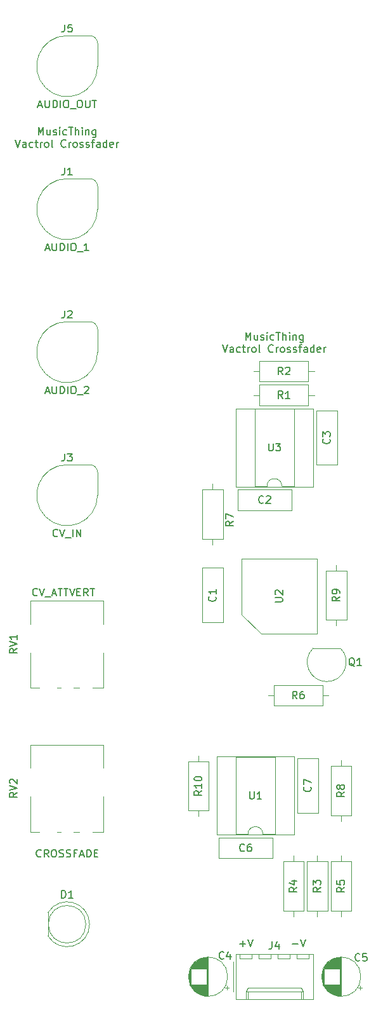
<source format=gto>
%TF.GenerationSoftware,KiCad,Pcbnew,(5.1.8-0-10_14)*%
%TF.CreationDate,2021-07-08T18:32:03+01:00*%
%TF.ProjectId,4u-music-thing-vactrol-crossfader,34752d6d-7573-4696-932d-7468696e672d,rev?*%
%TF.SameCoordinates,Original*%
%TF.FileFunction,Legend,Top*%
%TF.FilePolarity,Positive*%
%FSLAX46Y46*%
G04 Gerber Fmt 4.6, Leading zero omitted, Abs format (unit mm)*
G04 Created by KiCad (PCBNEW (5.1.8-0-10_14)) date 2021-07-08 18:32:03*
%MOMM*%
%LPD*%
G01*
G04 APERTURE LIST*
%ADD10C,0.150000*%
%ADD11C,0.120000*%
G04 APERTURE END LIST*
D10*
X95480666Y-47252380D02*
X95480666Y-46252380D01*
X95814000Y-46966666D01*
X96147333Y-46252380D01*
X96147333Y-47252380D01*
X97052095Y-46585714D02*
X97052095Y-47252380D01*
X96623523Y-46585714D02*
X96623523Y-47109523D01*
X96671142Y-47204761D01*
X96766380Y-47252380D01*
X96909238Y-47252380D01*
X97004476Y-47204761D01*
X97052095Y-47157142D01*
X97480666Y-47204761D02*
X97575904Y-47252380D01*
X97766380Y-47252380D01*
X97861619Y-47204761D01*
X97909238Y-47109523D01*
X97909238Y-47061904D01*
X97861619Y-46966666D01*
X97766380Y-46919047D01*
X97623523Y-46919047D01*
X97528285Y-46871428D01*
X97480666Y-46776190D01*
X97480666Y-46728571D01*
X97528285Y-46633333D01*
X97623523Y-46585714D01*
X97766380Y-46585714D01*
X97861619Y-46633333D01*
X98337809Y-47252380D02*
X98337809Y-46585714D01*
X98337809Y-46252380D02*
X98290190Y-46300000D01*
X98337809Y-46347619D01*
X98385428Y-46300000D01*
X98337809Y-46252380D01*
X98337809Y-46347619D01*
X99242571Y-47204761D02*
X99147333Y-47252380D01*
X98956857Y-47252380D01*
X98861619Y-47204761D01*
X98814000Y-47157142D01*
X98766380Y-47061904D01*
X98766380Y-46776190D01*
X98814000Y-46680952D01*
X98861619Y-46633333D01*
X98956857Y-46585714D01*
X99147333Y-46585714D01*
X99242571Y-46633333D01*
X99528285Y-46252380D02*
X100099714Y-46252380D01*
X99814000Y-47252380D02*
X99814000Y-46252380D01*
X100433047Y-47252380D02*
X100433047Y-46252380D01*
X100861619Y-47252380D02*
X100861619Y-46728571D01*
X100814000Y-46633333D01*
X100718761Y-46585714D01*
X100575904Y-46585714D01*
X100480666Y-46633333D01*
X100433047Y-46680952D01*
X101337809Y-47252380D02*
X101337809Y-46585714D01*
X101337809Y-46252380D02*
X101290190Y-46300000D01*
X101337809Y-46347619D01*
X101385428Y-46300000D01*
X101337809Y-46252380D01*
X101337809Y-46347619D01*
X101814000Y-46585714D02*
X101814000Y-47252380D01*
X101814000Y-46680952D02*
X101861619Y-46633333D01*
X101956857Y-46585714D01*
X102099714Y-46585714D01*
X102194952Y-46633333D01*
X102242571Y-46728571D01*
X102242571Y-47252380D01*
X103147333Y-46585714D02*
X103147333Y-47395238D01*
X103099714Y-47490476D01*
X103052095Y-47538095D01*
X102956857Y-47585714D01*
X102814000Y-47585714D01*
X102718761Y-47538095D01*
X103147333Y-47204761D02*
X103052095Y-47252380D01*
X102861619Y-47252380D01*
X102766380Y-47204761D01*
X102718761Y-47157142D01*
X102671142Y-47061904D01*
X102671142Y-46776190D01*
X102718761Y-46680952D01*
X102766380Y-46633333D01*
X102861619Y-46585714D01*
X103052095Y-46585714D01*
X103147333Y-46633333D01*
X92409238Y-47902380D02*
X92742571Y-48902380D01*
X93075904Y-47902380D01*
X93837809Y-48902380D02*
X93837809Y-48378571D01*
X93790190Y-48283333D01*
X93694952Y-48235714D01*
X93504476Y-48235714D01*
X93409238Y-48283333D01*
X93837809Y-48854761D02*
X93742571Y-48902380D01*
X93504476Y-48902380D01*
X93409238Y-48854761D01*
X93361619Y-48759523D01*
X93361619Y-48664285D01*
X93409238Y-48569047D01*
X93504476Y-48521428D01*
X93742571Y-48521428D01*
X93837809Y-48473809D01*
X94742571Y-48854761D02*
X94647333Y-48902380D01*
X94456857Y-48902380D01*
X94361619Y-48854761D01*
X94314000Y-48807142D01*
X94266380Y-48711904D01*
X94266380Y-48426190D01*
X94314000Y-48330952D01*
X94361619Y-48283333D01*
X94456857Y-48235714D01*
X94647333Y-48235714D01*
X94742571Y-48283333D01*
X95028285Y-48235714D02*
X95409238Y-48235714D01*
X95171142Y-47902380D02*
X95171142Y-48759523D01*
X95218761Y-48854761D01*
X95314000Y-48902380D01*
X95409238Y-48902380D01*
X95742571Y-48902380D02*
X95742571Y-48235714D01*
X95742571Y-48426190D02*
X95790190Y-48330952D01*
X95837809Y-48283333D01*
X95933047Y-48235714D01*
X96028285Y-48235714D01*
X96504476Y-48902380D02*
X96409238Y-48854761D01*
X96361619Y-48807142D01*
X96314000Y-48711904D01*
X96314000Y-48426190D01*
X96361619Y-48330952D01*
X96409238Y-48283333D01*
X96504476Y-48235714D01*
X96647333Y-48235714D01*
X96742571Y-48283333D01*
X96790190Y-48330952D01*
X96837809Y-48426190D01*
X96837809Y-48711904D01*
X96790190Y-48807142D01*
X96742571Y-48854761D01*
X96647333Y-48902380D01*
X96504476Y-48902380D01*
X97409238Y-48902380D02*
X97314000Y-48854761D01*
X97266380Y-48759523D01*
X97266380Y-47902380D01*
X99123523Y-48807142D02*
X99075904Y-48854761D01*
X98933047Y-48902380D01*
X98837809Y-48902380D01*
X98694952Y-48854761D01*
X98599714Y-48759523D01*
X98552095Y-48664285D01*
X98504476Y-48473809D01*
X98504476Y-48330952D01*
X98552095Y-48140476D01*
X98599714Y-48045238D01*
X98694952Y-47950000D01*
X98837809Y-47902380D01*
X98933047Y-47902380D01*
X99075904Y-47950000D01*
X99123523Y-47997619D01*
X99552095Y-48902380D02*
X99552095Y-48235714D01*
X99552095Y-48426190D02*
X99599714Y-48330952D01*
X99647333Y-48283333D01*
X99742571Y-48235714D01*
X99837809Y-48235714D01*
X100314000Y-48902380D02*
X100218761Y-48854761D01*
X100171142Y-48807142D01*
X100123523Y-48711904D01*
X100123523Y-48426190D01*
X100171142Y-48330952D01*
X100218761Y-48283333D01*
X100314000Y-48235714D01*
X100456857Y-48235714D01*
X100552095Y-48283333D01*
X100599714Y-48330952D01*
X100647333Y-48426190D01*
X100647333Y-48711904D01*
X100599714Y-48807142D01*
X100552095Y-48854761D01*
X100456857Y-48902380D01*
X100314000Y-48902380D01*
X101028285Y-48854761D02*
X101123523Y-48902380D01*
X101314000Y-48902380D01*
X101409238Y-48854761D01*
X101456857Y-48759523D01*
X101456857Y-48711904D01*
X101409238Y-48616666D01*
X101314000Y-48569047D01*
X101171142Y-48569047D01*
X101075904Y-48521428D01*
X101028285Y-48426190D01*
X101028285Y-48378571D01*
X101075904Y-48283333D01*
X101171142Y-48235714D01*
X101314000Y-48235714D01*
X101409238Y-48283333D01*
X101837809Y-48854761D02*
X101933047Y-48902380D01*
X102123523Y-48902380D01*
X102218761Y-48854761D01*
X102266380Y-48759523D01*
X102266380Y-48711904D01*
X102218761Y-48616666D01*
X102123523Y-48569047D01*
X101980666Y-48569047D01*
X101885428Y-48521428D01*
X101837809Y-48426190D01*
X101837809Y-48378571D01*
X101885428Y-48283333D01*
X101980666Y-48235714D01*
X102123523Y-48235714D01*
X102218761Y-48283333D01*
X102552095Y-48235714D02*
X102933047Y-48235714D01*
X102694952Y-48902380D02*
X102694952Y-48045238D01*
X102742571Y-47950000D01*
X102837809Y-47902380D01*
X102933047Y-47902380D01*
X103694952Y-48902380D02*
X103694952Y-48378571D01*
X103647333Y-48283333D01*
X103552095Y-48235714D01*
X103361619Y-48235714D01*
X103266380Y-48283333D01*
X103694952Y-48854761D02*
X103599714Y-48902380D01*
X103361619Y-48902380D01*
X103266380Y-48854761D01*
X103218761Y-48759523D01*
X103218761Y-48664285D01*
X103266380Y-48569047D01*
X103361619Y-48521428D01*
X103599714Y-48521428D01*
X103694952Y-48473809D01*
X104599714Y-48902380D02*
X104599714Y-47902380D01*
X104599714Y-48854761D02*
X104504476Y-48902380D01*
X104314000Y-48902380D01*
X104218761Y-48854761D01*
X104171142Y-48807142D01*
X104123523Y-48711904D01*
X104123523Y-48426190D01*
X104171142Y-48330952D01*
X104218761Y-48283333D01*
X104314000Y-48235714D01*
X104504476Y-48235714D01*
X104599714Y-48283333D01*
X105456857Y-48854761D02*
X105361619Y-48902380D01*
X105171142Y-48902380D01*
X105075904Y-48854761D01*
X105028285Y-48759523D01*
X105028285Y-48378571D01*
X105075904Y-48283333D01*
X105171142Y-48235714D01*
X105361619Y-48235714D01*
X105456857Y-48283333D01*
X105504476Y-48378571D01*
X105504476Y-48473809D01*
X105028285Y-48569047D01*
X105933047Y-48902380D02*
X105933047Y-48235714D01*
X105933047Y-48426190D02*
X105980666Y-48330952D01*
X106028285Y-48283333D01*
X106123523Y-48235714D01*
X106218761Y-48235714D01*
X95837809Y-143359142D02*
X95790190Y-143406761D01*
X95647333Y-143454380D01*
X95552095Y-143454380D01*
X95409238Y-143406761D01*
X95314000Y-143311523D01*
X95266380Y-143216285D01*
X95218761Y-143025809D01*
X95218761Y-142882952D01*
X95266380Y-142692476D01*
X95314000Y-142597238D01*
X95409238Y-142502000D01*
X95552095Y-142454380D01*
X95647333Y-142454380D01*
X95790190Y-142502000D01*
X95837809Y-142549619D01*
X96837809Y-143454380D02*
X96504476Y-142978190D01*
X96266380Y-143454380D02*
X96266380Y-142454380D01*
X96647333Y-142454380D01*
X96742571Y-142502000D01*
X96790190Y-142549619D01*
X96837809Y-142644857D01*
X96837809Y-142787714D01*
X96790190Y-142882952D01*
X96742571Y-142930571D01*
X96647333Y-142978190D01*
X96266380Y-142978190D01*
X97456857Y-142454380D02*
X97647333Y-142454380D01*
X97742571Y-142502000D01*
X97837809Y-142597238D01*
X97885428Y-142787714D01*
X97885428Y-143121047D01*
X97837809Y-143311523D01*
X97742571Y-143406761D01*
X97647333Y-143454380D01*
X97456857Y-143454380D01*
X97361619Y-143406761D01*
X97266380Y-143311523D01*
X97218761Y-143121047D01*
X97218761Y-142787714D01*
X97266380Y-142597238D01*
X97361619Y-142502000D01*
X97456857Y-142454380D01*
X98266380Y-143406761D02*
X98409238Y-143454380D01*
X98647333Y-143454380D01*
X98742571Y-143406761D01*
X98790190Y-143359142D01*
X98837809Y-143263904D01*
X98837809Y-143168666D01*
X98790190Y-143073428D01*
X98742571Y-143025809D01*
X98647333Y-142978190D01*
X98456857Y-142930571D01*
X98361619Y-142882952D01*
X98314000Y-142835333D01*
X98266380Y-142740095D01*
X98266380Y-142644857D01*
X98314000Y-142549619D01*
X98361619Y-142502000D01*
X98456857Y-142454380D01*
X98694952Y-142454380D01*
X98837809Y-142502000D01*
X99218761Y-143406761D02*
X99361619Y-143454380D01*
X99599714Y-143454380D01*
X99694952Y-143406761D01*
X99742571Y-143359142D01*
X99790190Y-143263904D01*
X99790190Y-143168666D01*
X99742571Y-143073428D01*
X99694952Y-143025809D01*
X99599714Y-142978190D01*
X99409238Y-142930571D01*
X99314000Y-142882952D01*
X99266380Y-142835333D01*
X99218761Y-142740095D01*
X99218761Y-142644857D01*
X99266380Y-142549619D01*
X99314000Y-142502000D01*
X99409238Y-142454380D01*
X99647333Y-142454380D01*
X99790190Y-142502000D01*
X100552095Y-142930571D02*
X100218761Y-142930571D01*
X100218761Y-143454380D02*
X100218761Y-142454380D01*
X100694952Y-142454380D01*
X101028285Y-143168666D02*
X101504476Y-143168666D01*
X100933047Y-143454380D02*
X101266380Y-142454380D01*
X101599714Y-143454380D01*
X101933047Y-143454380D02*
X101933047Y-142454380D01*
X102171142Y-142454380D01*
X102314000Y-142502000D01*
X102409238Y-142597238D01*
X102456857Y-142692476D01*
X102504476Y-142882952D01*
X102504476Y-143025809D01*
X102456857Y-143216285D01*
X102409238Y-143311523D01*
X102314000Y-143406761D01*
X102171142Y-143454380D01*
X101933047Y-143454380D01*
X102933047Y-142930571D02*
X103266380Y-142930571D01*
X103409238Y-143454380D02*
X102933047Y-143454380D01*
X102933047Y-142454380D01*
X103409238Y-142454380D01*
X95353619Y-108561142D02*
X95306000Y-108608761D01*
X95163142Y-108656380D01*
X95067904Y-108656380D01*
X94925047Y-108608761D01*
X94829809Y-108513523D01*
X94782190Y-108418285D01*
X94734571Y-108227809D01*
X94734571Y-108084952D01*
X94782190Y-107894476D01*
X94829809Y-107799238D01*
X94925047Y-107704000D01*
X95067904Y-107656380D01*
X95163142Y-107656380D01*
X95306000Y-107704000D01*
X95353619Y-107751619D01*
X95639333Y-107656380D02*
X95972666Y-108656380D01*
X96306000Y-107656380D01*
X96401238Y-108751619D02*
X97163142Y-108751619D01*
X97353619Y-108370666D02*
X97829809Y-108370666D01*
X97258380Y-108656380D02*
X97591714Y-107656380D01*
X97925047Y-108656380D01*
X98115523Y-107656380D02*
X98686952Y-107656380D01*
X98401238Y-108656380D02*
X98401238Y-107656380D01*
X98877428Y-107656380D02*
X99448857Y-107656380D01*
X99163142Y-108656380D02*
X99163142Y-107656380D01*
X99639333Y-107656380D02*
X99972666Y-108656380D01*
X100306000Y-107656380D01*
X100639333Y-108132571D02*
X100972666Y-108132571D01*
X101115523Y-108656380D02*
X100639333Y-108656380D01*
X100639333Y-107656380D01*
X101115523Y-107656380D01*
X102115523Y-108656380D02*
X101782190Y-108180190D01*
X101544095Y-108656380D02*
X101544095Y-107656380D01*
X101925047Y-107656380D01*
X102020285Y-107704000D01*
X102067904Y-107751619D01*
X102115523Y-107846857D01*
X102115523Y-107989714D01*
X102067904Y-108084952D01*
X102020285Y-108132571D01*
X101925047Y-108180190D01*
X101544095Y-108180190D01*
X102401238Y-107656380D02*
X102972666Y-107656380D01*
X102686952Y-108656380D02*
X102686952Y-107656380D01*
X98052095Y-100687142D02*
X98004476Y-100734761D01*
X97861619Y-100782380D01*
X97766380Y-100782380D01*
X97623523Y-100734761D01*
X97528285Y-100639523D01*
X97480666Y-100544285D01*
X97433047Y-100353809D01*
X97433047Y-100210952D01*
X97480666Y-100020476D01*
X97528285Y-99925238D01*
X97623523Y-99830000D01*
X97766380Y-99782380D01*
X97861619Y-99782380D01*
X98004476Y-99830000D01*
X98052095Y-99877619D01*
X98337809Y-99782380D02*
X98671142Y-100782380D01*
X99004476Y-99782380D01*
X99099714Y-100877619D02*
X99861619Y-100877619D01*
X100099714Y-100782380D02*
X100099714Y-99782380D01*
X100575904Y-100782380D02*
X100575904Y-99782380D01*
X101147333Y-100782380D01*
X101147333Y-99782380D01*
X96433047Y-81446666D02*
X96909238Y-81446666D01*
X96337809Y-81732380D02*
X96671142Y-80732380D01*
X97004476Y-81732380D01*
X97337809Y-80732380D02*
X97337809Y-81541904D01*
X97385428Y-81637142D01*
X97433047Y-81684761D01*
X97528285Y-81732380D01*
X97718761Y-81732380D01*
X97814000Y-81684761D01*
X97861619Y-81637142D01*
X97909238Y-81541904D01*
X97909238Y-80732380D01*
X98385428Y-81732380D02*
X98385428Y-80732380D01*
X98623523Y-80732380D01*
X98766380Y-80780000D01*
X98861619Y-80875238D01*
X98909238Y-80970476D01*
X98956857Y-81160952D01*
X98956857Y-81303809D01*
X98909238Y-81494285D01*
X98861619Y-81589523D01*
X98766380Y-81684761D01*
X98623523Y-81732380D01*
X98385428Y-81732380D01*
X99385428Y-81732380D02*
X99385428Y-80732380D01*
X100052095Y-80732380D02*
X100242571Y-80732380D01*
X100337809Y-80780000D01*
X100433047Y-80875238D01*
X100480666Y-81065714D01*
X100480666Y-81399047D01*
X100433047Y-81589523D01*
X100337809Y-81684761D01*
X100242571Y-81732380D01*
X100052095Y-81732380D01*
X99956857Y-81684761D01*
X99861619Y-81589523D01*
X99814000Y-81399047D01*
X99814000Y-81065714D01*
X99861619Y-80875238D01*
X99956857Y-80780000D01*
X100052095Y-80732380D01*
X100671142Y-81827619D02*
X101433047Y-81827619D01*
X101623523Y-80827619D02*
X101671142Y-80780000D01*
X101766380Y-80732380D01*
X102004476Y-80732380D01*
X102099714Y-80780000D01*
X102147333Y-80827619D01*
X102194952Y-80922857D01*
X102194952Y-81018095D01*
X102147333Y-81160952D01*
X101575904Y-81732380D01*
X102194952Y-81732380D01*
X96433047Y-62396666D02*
X96909238Y-62396666D01*
X96337809Y-62682380D02*
X96671142Y-61682380D01*
X97004476Y-62682380D01*
X97337809Y-61682380D02*
X97337809Y-62491904D01*
X97385428Y-62587142D01*
X97433047Y-62634761D01*
X97528285Y-62682380D01*
X97718761Y-62682380D01*
X97814000Y-62634761D01*
X97861619Y-62587142D01*
X97909238Y-62491904D01*
X97909238Y-61682380D01*
X98385428Y-62682380D02*
X98385428Y-61682380D01*
X98623523Y-61682380D01*
X98766380Y-61730000D01*
X98861619Y-61825238D01*
X98909238Y-61920476D01*
X98956857Y-62110952D01*
X98956857Y-62253809D01*
X98909238Y-62444285D01*
X98861619Y-62539523D01*
X98766380Y-62634761D01*
X98623523Y-62682380D01*
X98385428Y-62682380D01*
X99385428Y-62682380D02*
X99385428Y-61682380D01*
X100052095Y-61682380D02*
X100242571Y-61682380D01*
X100337809Y-61730000D01*
X100433047Y-61825238D01*
X100480666Y-62015714D01*
X100480666Y-62349047D01*
X100433047Y-62539523D01*
X100337809Y-62634761D01*
X100242571Y-62682380D01*
X100052095Y-62682380D01*
X99956857Y-62634761D01*
X99861619Y-62539523D01*
X99814000Y-62349047D01*
X99814000Y-62015714D01*
X99861619Y-61825238D01*
X99956857Y-61730000D01*
X100052095Y-61682380D01*
X100671142Y-62777619D02*
X101433047Y-62777619D01*
X102194952Y-62682380D02*
X101623523Y-62682380D01*
X101909238Y-62682380D02*
X101909238Y-61682380D01*
X101814000Y-61825238D01*
X101718761Y-61920476D01*
X101623523Y-61968095D01*
X95480666Y-43346666D02*
X95956857Y-43346666D01*
X95385428Y-43632380D02*
X95718761Y-42632380D01*
X96052095Y-43632380D01*
X96385428Y-42632380D02*
X96385428Y-43441904D01*
X96433047Y-43537142D01*
X96480666Y-43584761D01*
X96575904Y-43632380D01*
X96766380Y-43632380D01*
X96861619Y-43584761D01*
X96909238Y-43537142D01*
X96956857Y-43441904D01*
X96956857Y-42632380D01*
X97433047Y-43632380D02*
X97433047Y-42632380D01*
X97671142Y-42632380D01*
X97814000Y-42680000D01*
X97909238Y-42775238D01*
X97956857Y-42870476D01*
X98004476Y-43060952D01*
X98004476Y-43203809D01*
X97956857Y-43394285D01*
X97909238Y-43489523D01*
X97814000Y-43584761D01*
X97671142Y-43632380D01*
X97433047Y-43632380D01*
X98433047Y-43632380D02*
X98433047Y-42632380D01*
X99099714Y-42632380D02*
X99290190Y-42632380D01*
X99385428Y-42680000D01*
X99480666Y-42775238D01*
X99528285Y-42965714D01*
X99528285Y-43299047D01*
X99480666Y-43489523D01*
X99385428Y-43584761D01*
X99290190Y-43632380D01*
X99099714Y-43632380D01*
X99004476Y-43584761D01*
X98909238Y-43489523D01*
X98861619Y-43299047D01*
X98861619Y-42965714D01*
X98909238Y-42775238D01*
X99004476Y-42680000D01*
X99099714Y-42632380D01*
X99718761Y-43727619D02*
X100480666Y-43727619D01*
X100909238Y-42632380D02*
X101099714Y-42632380D01*
X101194952Y-42680000D01*
X101290190Y-42775238D01*
X101337809Y-42965714D01*
X101337809Y-43299047D01*
X101290190Y-43489523D01*
X101194952Y-43584761D01*
X101099714Y-43632380D01*
X100909238Y-43632380D01*
X100814000Y-43584761D01*
X100718761Y-43489523D01*
X100671142Y-43299047D01*
X100671142Y-42965714D01*
X100718761Y-42775238D01*
X100814000Y-42680000D01*
X100909238Y-42632380D01*
X101766380Y-42632380D02*
X101766380Y-43441904D01*
X101814000Y-43537142D01*
X101861619Y-43584761D01*
X101956857Y-43632380D01*
X102147333Y-43632380D01*
X102242571Y-43584761D01*
X102290190Y-43537142D01*
X102337809Y-43441904D01*
X102337809Y-42632380D01*
X102671142Y-42632380D02*
X103242571Y-42632380D01*
X102956857Y-43632380D02*
X102956857Y-42632380D01*
X129365476Y-155011428D02*
X130127380Y-155011428D01*
X130460714Y-154392380D02*
X130794047Y-155392380D01*
X131127380Y-154392380D01*
X122380476Y-155011428D02*
X123142380Y-155011428D01*
X122761428Y-155392380D02*
X122761428Y-154630476D01*
X123475714Y-154392380D02*
X123809047Y-155392380D01*
X124142380Y-154392380D01*
X123166666Y-74557380D02*
X123166666Y-73557380D01*
X123500000Y-74271666D01*
X123833333Y-73557380D01*
X123833333Y-74557380D01*
X124738095Y-73890714D02*
X124738095Y-74557380D01*
X124309523Y-73890714D02*
X124309523Y-74414523D01*
X124357142Y-74509761D01*
X124452380Y-74557380D01*
X124595238Y-74557380D01*
X124690476Y-74509761D01*
X124738095Y-74462142D01*
X125166666Y-74509761D02*
X125261904Y-74557380D01*
X125452380Y-74557380D01*
X125547619Y-74509761D01*
X125595238Y-74414523D01*
X125595238Y-74366904D01*
X125547619Y-74271666D01*
X125452380Y-74224047D01*
X125309523Y-74224047D01*
X125214285Y-74176428D01*
X125166666Y-74081190D01*
X125166666Y-74033571D01*
X125214285Y-73938333D01*
X125309523Y-73890714D01*
X125452380Y-73890714D01*
X125547619Y-73938333D01*
X126023809Y-74557380D02*
X126023809Y-73890714D01*
X126023809Y-73557380D02*
X125976190Y-73605000D01*
X126023809Y-73652619D01*
X126071428Y-73605000D01*
X126023809Y-73557380D01*
X126023809Y-73652619D01*
X126928571Y-74509761D02*
X126833333Y-74557380D01*
X126642857Y-74557380D01*
X126547619Y-74509761D01*
X126500000Y-74462142D01*
X126452380Y-74366904D01*
X126452380Y-74081190D01*
X126500000Y-73985952D01*
X126547619Y-73938333D01*
X126642857Y-73890714D01*
X126833333Y-73890714D01*
X126928571Y-73938333D01*
X127214285Y-73557380D02*
X127785714Y-73557380D01*
X127500000Y-74557380D02*
X127500000Y-73557380D01*
X128119047Y-74557380D02*
X128119047Y-73557380D01*
X128547619Y-74557380D02*
X128547619Y-74033571D01*
X128500000Y-73938333D01*
X128404761Y-73890714D01*
X128261904Y-73890714D01*
X128166666Y-73938333D01*
X128119047Y-73985952D01*
X129023809Y-74557380D02*
X129023809Y-73890714D01*
X129023809Y-73557380D02*
X128976190Y-73605000D01*
X129023809Y-73652619D01*
X129071428Y-73605000D01*
X129023809Y-73557380D01*
X129023809Y-73652619D01*
X129500000Y-73890714D02*
X129500000Y-74557380D01*
X129500000Y-73985952D02*
X129547619Y-73938333D01*
X129642857Y-73890714D01*
X129785714Y-73890714D01*
X129880952Y-73938333D01*
X129928571Y-74033571D01*
X129928571Y-74557380D01*
X130833333Y-73890714D02*
X130833333Y-74700238D01*
X130785714Y-74795476D01*
X130738095Y-74843095D01*
X130642857Y-74890714D01*
X130500000Y-74890714D01*
X130404761Y-74843095D01*
X130833333Y-74509761D02*
X130738095Y-74557380D01*
X130547619Y-74557380D01*
X130452380Y-74509761D01*
X130404761Y-74462142D01*
X130357142Y-74366904D01*
X130357142Y-74081190D01*
X130404761Y-73985952D01*
X130452380Y-73938333D01*
X130547619Y-73890714D01*
X130738095Y-73890714D01*
X130833333Y-73938333D01*
X120095238Y-75207380D02*
X120428571Y-76207380D01*
X120761904Y-75207380D01*
X121523809Y-76207380D02*
X121523809Y-75683571D01*
X121476190Y-75588333D01*
X121380952Y-75540714D01*
X121190476Y-75540714D01*
X121095238Y-75588333D01*
X121523809Y-76159761D02*
X121428571Y-76207380D01*
X121190476Y-76207380D01*
X121095238Y-76159761D01*
X121047619Y-76064523D01*
X121047619Y-75969285D01*
X121095238Y-75874047D01*
X121190476Y-75826428D01*
X121428571Y-75826428D01*
X121523809Y-75778809D01*
X122428571Y-76159761D02*
X122333333Y-76207380D01*
X122142857Y-76207380D01*
X122047619Y-76159761D01*
X122000000Y-76112142D01*
X121952380Y-76016904D01*
X121952380Y-75731190D01*
X122000000Y-75635952D01*
X122047619Y-75588333D01*
X122142857Y-75540714D01*
X122333333Y-75540714D01*
X122428571Y-75588333D01*
X122714285Y-75540714D02*
X123095238Y-75540714D01*
X122857142Y-75207380D02*
X122857142Y-76064523D01*
X122904761Y-76159761D01*
X123000000Y-76207380D01*
X123095238Y-76207380D01*
X123428571Y-76207380D02*
X123428571Y-75540714D01*
X123428571Y-75731190D02*
X123476190Y-75635952D01*
X123523809Y-75588333D01*
X123619047Y-75540714D01*
X123714285Y-75540714D01*
X124190476Y-76207380D02*
X124095238Y-76159761D01*
X124047619Y-76112142D01*
X124000000Y-76016904D01*
X124000000Y-75731190D01*
X124047619Y-75635952D01*
X124095238Y-75588333D01*
X124190476Y-75540714D01*
X124333333Y-75540714D01*
X124428571Y-75588333D01*
X124476190Y-75635952D01*
X124523809Y-75731190D01*
X124523809Y-76016904D01*
X124476190Y-76112142D01*
X124428571Y-76159761D01*
X124333333Y-76207380D01*
X124190476Y-76207380D01*
X125095238Y-76207380D02*
X125000000Y-76159761D01*
X124952380Y-76064523D01*
X124952380Y-75207380D01*
X126809523Y-76112142D02*
X126761904Y-76159761D01*
X126619047Y-76207380D01*
X126523809Y-76207380D01*
X126380952Y-76159761D01*
X126285714Y-76064523D01*
X126238095Y-75969285D01*
X126190476Y-75778809D01*
X126190476Y-75635952D01*
X126238095Y-75445476D01*
X126285714Y-75350238D01*
X126380952Y-75255000D01*
X126523809Y-75207380D01*
X126619047Y-75207380D01*
X126761904Y-75255000D01*
X126809523Y-75302619D01*
X127238095Y-76207380D02*
X127238095Y-75540714D01*
X127238095Y-75731190D02*
X127285714Y-75635952D01*
X127333333Y-75588333D01*
X127428571Y-75540714D01*
X127523809Y-75540714D01*
X128000000Y-76207380D02*
X127904761Y-76159761D01*
X127857142Y-76112142D01*
X127809523Y-76016904D01*
X127809523Y-75731190D01*
X127857142Y-75635952D01*
X127904761Y-75588333D01*
X128000000Y-75540714D01*
X128142857Y-75540714D01*
X128238095Y-75588333D01*
X128285714Y-75635952D01*
X128333333Y-75731190D01*
X128333333Y-76016904D01*
X128285714Y-76112142D01*
X128238095Y-76159761D01*
X128142857Y-76207380D01*
X128000000Y-76207380D01*
X128714285Y-76159761D02*
X128809523Y-76207380D01*
X129000000Y-76207380D01*
X129095238Y-76159761D01*
X129142857Y-76064523D01*
X129142857Y-76016904D01*
X129095238Y-75921666D01*
X129000000Y-75874047D01*
X128857142Y-75874047D01*
X128761904Y-75826428D01*
X128714285Y-75731190D01*
X128714285Y-75683571D01*
X128761904Y-75588333D01*
X128857142Y-75540714D01*
X129000000Y-75540714D01*
X129095238Y-75588333D01*
X129523809Y-76159761D02*
X129619047Y-76207380D01*
X129809523Y-76207380D01*
X129904761Y-76159761D01*
X129952380Y-76064523D01*
X129952380Y-76016904D01*
X129904761Y-75921666D01*
X129809523Y-75874047D01*
X129666666Y-75874047D01*
X129571428Y-75826428D01*
X129523809Y-75731190D01*
X129523809Y-75683571D01*
X129571428Y-75588333D01*
X129666666Y-75540714D01*
X129809523Y-75540714D01*
X129904761Y-75588333D01*
X130238095Y-75540714D02*
X130619047Y-75540714D01*
X130380952Y-76207380D02*
X130380952Y-75350238D01*
X130428571Y-75255000D01*
X130523809Y-75207380D01*
X130619047Y-75207380D01*
X131380952Y-76207380D02*
X131380952Y-75683571D01*
X131333333Y-75588333D01*
X131238095Y-75540714D01*
X131047619Y-75540714D01*
X130952380Y-75588333D01*
X131380952Y-76159761D02*
X131285714Y-76207380D01*
X131047619Y-76207380D01*
X130952380Y-76159761D01*
X130904761Y-76064523D01*
X130904761Y-75969285D01*
X130952380Y-75874047D01*
X131047619Y-75826428D01*
X131285714Y-75826428D01*
X131380952Y-75778809D01*
X132285714Y-76207380D02*
X132285714Y-75207380D01*
X132285714Y-76159761D02*
X132190476Y-76207380D01*
X132000000Y-76207380D01*
X131904761Y-76159761D01*
X131857142Y-76112142D01*
X131809523Y-76016904D01*
X131809523Y-75731190D01*
X131857142Y-75635952D01*
X131904761Y-75588333D01*
X132000000Y-75540714D01*
X132190476Y-75540714D01*
X132285714Y-75588333D01*
X133142857Y-76159761D02*
X133047619Y-76207380D01*
X132857142Y-76207380D01*
X132761904Y-76159761D01*
X132714285Y-76064523D01*
X132714285Y-75683571D01*
X132761904Y-75588333D01*
X132857142Y-75540714D01*
X133047619Y-75540714D01*
X133142857Y-75588333D01*
X133190476Y-75683571D01*
X133190476Y-75778809D01*
X132714285Y-75874047D01*
X133619047Y-76207380D02*
X133619047Y-75540714D01*
X133619047Y-75731190D02*
X133666666Y-75635952D01*
X133714285Y-75588333D01*
X133809523Y-75540714D01*
X133904761Y-75540714D01*
D11*
%TO.C,U2*%
X122630000Y-103695000D02*
X122630000Y-111135000D01*
X122630000Y-111135000D02*
X125210000Y-113715000D01*
X125210000Y-113715000D02*
X132650000Y-113715000D01*
X132650000Y-113715000D02*
X132650000Y-103695000D01*
X132650000Y-103695000D02*
X122630000Y-103695000D01*
%TO.C,U3*%
X128000000Y-94040000D02*
X129650000Y-94040000D01*
X129650000Y-94040000D02*
X129650000Y-83760000D01*
X129650000Y-83760000D02*
X124350000Y-83760000D01*
X124350000Y-83760000D02*
X124350000Y-94040000D01*
X124350000Y-94040000D02*
X126000000Y-94040000D01*
X132140000Y-94100000D02*
X132140000Y-83700000D01*
X132140000Y-83700000D02*
X121860000Y-83700000D01*
X121860000Y-83700000D02*
X121860000Y-94100000D01*
X121860000Y-94100000D02*
X132140000Y-94100000D01*
X126000000Y-94040000D02*
G75*
G02*
X128000000Y-94040000I1000000J0D01*
G01*
%TO.C,U1*%
X125460000Y-140395000D02*
X127110000Y-140395000D01*
X127110000Y-140395000D02*
X127110000Y-130115000D01*
X127110000Y-130115000D02*
X121810000Y-130115000D01*
X121810000Y-130115000D02*
X121810000Y-140395000D01*
X121810000Y-140395000D02*
X123460000Y-140395000D01*
X129600000Y-140455000D02*
X129600000Y-130055000D01*
X129600000Y-130055000D02*
X119320000Y-130055000D01*
X119320000Y-130055000D02*
X119320000Y-140455000D01*
X119320000Y-140455000D02*
X129600000Y-140455000D01*
X123460000Y-140395000D02*
G75*
G02*
X125460000Y-140395000I1000000J0D01*
G01*
%TO.C,C7*%
X130075000Y-137565000D02*
X130075000Y-130325000D01*
X132815000Y-137565000D02*
X132815000Y-130325000D01*
X130075000Y-137565000D02*
X132815000Y-137565000D01*
X130075000Y-130325000D02*
X132815000Y-130325000D01*
%TO.C,C6*%
X119530000Y-140870000D02*
X126770000Y-140870000D01*
X119530000Y-143610000D02*
X126770000Y-143610000D01*
X119530000Y-140870000D02*
X119530000Y-143610000D01*
X126770000Y-140870000D02*
X126770000Y-143610000D01*
%TO.C,C3*%
X132615000Y-83970000D02*
X135355000Y-83970000D01*
X132615000Y-91210000D02*
X135355000Y-91210000D01*
X135355000Y-91210000D02*
X135355000Y-83970000D01*
X132615000Y-91210000D02*
X132615000Y-83970000D01*
%TO.C,C2*%
X129310000Y-94515000D02*
X129310000Y-97255000D01*
X122070000Y-94515000D02*
X122070000Y-97255000D01*
X122070000Y-97255000D02*
X129310000Y-97255000D01*
X122070000Y-94515000D02*
X129310000Y-94515000D01*
%TO.C,C1*%
X120115000Y-104925000D02*
X120115000Y-112165000D01*
X117375000Y-104925000D02*
X117375000Y-112165000D01*
X120115000Y-104925000D02*
X117375000Y-104925000D01*
X120115000Y-112165000D02*
X117375000Y-112165000D01*
%TO.C,Q1*%
X135785000Y-115625000D02*
X132185000Y-115625000D01*
X132146522Y-115636522D02*
G75*
G03*
X133985000Y-120075000I1838478J-1838478D01*
G01*
X135823478Y-115636522D02*
G75*
G02*
X133985000Y-120075000I-1838478J-1838478D01*
G01*
%TO.C,RV2*%
X100974000Y-140090000D02*
X100144000Y-140090000D01*
X98524000Y-140090000D02*
X97994000Y-140090000D01*
X95624000Y-140090000D02*
X94444000Y-140090000D01*
X104184000Y-140090000D02*
X104184000Y-135370000D01*
X94444000Y-131560000D02*
X94444000Y-128500000D01*
X94434000Y-140090000D02*
X94434000Y-135370000D01*
X104184000Y-131560000D02*
X104184000Y-128500000D01*
X104184000Y-140090000D02*
X102694000Y-140090000D01*
X104184000Y-128500000D02*
X94444000Y-128500000D01*
%TO.C,RV1*%
X100974000Y-120920000D02*
X100144000Y-120920000D01*
X98524000Y-120920000D02*
X97994000Y-120920000D01*
X95624000Y-120920000D02*
X94444000Y-120920000D01*
X104184000Y-120920000D02*
X104184000Y-116200000D01*
X94444000Y-112390000D02*
X94444000Y-109330000D01*
X94434000Y-120920000D02*
X94434000Y-116200000D01*
X104184000Y-112390000D02*
X104184000Y-109330000D01*
X104184000Y-120920000D02*
X102694000Y-120920000D01*
X104184000Y-109330000D02*
X94444000Y-109330000D01*
%TO.C,R10*%
X118210000Y-130715000D02*
X115470000Y-130715000D01*
X115470000Y-130715000D02*
X115470000Y-137255000D01*
X115470000Y-137255000D02*
X118210000Y-137255000D01*
X118210000Y-137255000D02*
X118210000Y-130715000D01*
X116840000Y-129945000D02*
X116840000Y-130715000D01*
X116840000Y-138025000D02*
X116840000Y-137255000D01*
%TO.C,R9*%
X133885000Y-111855000D02*
X136625000Y-111855000D01*
X136625000Y-111855000D02*
X136625000Y-105315000D01*
X136625000Y-105315000D02*
X133885000Y-105315000D01*
X133885000Y-105315000D02*
X133885000Y-111855000D01*
X135255000Y-112625000D02*
X135255000Y-111855000D01*
X135255000Y-104545000D02*
X135255000Y-105315000D01*
%TO.C,R8*%
X134520000Y-137890000D02*
X137260000Y-137890000D01*
X137260000Y-137890000D02*
X137260000Y-131350000D01*
X137260000Y-131350000D02*
X134520000Y-131350000D01*
X134520000Y-131350000D02*
X134520000Y-137890000D01*
X135890000Y-138660000D02*
X135890000Y-137890000D01*
X135890000Y-130580000D02*
X135890000Y-131350000D01*
%TO.C,R7*%
X118745000Y-101830000D02*
X118745000Y-101060000D01*
X118745000Y-93750000D02*
X118745000Y-94520000D01*
X120115000Y-101060000D02*
X120115000Y-94520000D01*
X117375000Y-101060000D02*
X120115000Y-101060000D01*
X117375000Y-94520000D02*
X117375000Y-101060000D01*
X120115000Y-94520000D02*
X117375000Y-94520000D01*
%TO.C,R6*%
X133445000Y-123290000D02*
X133445000Y-120550000D01*
X133445000Y-120550000D02*
X126905000Y-120550000D01*
X126905000Y-120550000D02*
X126905000Y-123290000D01*
X126905000Y-123290000D02*
X133445000Y-123290000D01*
X134215000Y-121920000D02*
X133445000Y-121920000D01*
X126135000Y-121920000D02*
X126905000Y-121920000D01*
%TO.C,R5*%
X137260000Y-144050000D02*
X134520000Y-144050000D01*
X134520000Y-144050000D02*
X134520000Y-150590000D01*
X134520000Y-150590000D02*
X137260000Y-150590000D01*
X137260000Y-150590000D02*
X137260000Y-144050000D01*
X135890000Y-143280000D02*
X135890000Y-144050000D01*
X135890000Y-151360000D02*
X135890000Y-150590000D01*
%TO.C,R4*%
X128170000Y-150590000D02*
X130910000Y-150590000D01*
X130910000Y-150590000D02*
X130910000Y-144050000D01*
X130910000Y-144050000D02*
X128170000Y-144050000D01*
X128170000Y-144050000D02*
X128170000Y-150590000D01*
X129540000Y-151360000D02*
X129540000Y-150590000D01*
X129540000Y-143280000D02*
X129540000Y-144050000D01*
%TO.C,R3*%
X131345000Y-150590000D02*
X134085000Y-150590000D01*
X134085000Y-150590000D02*
X134085000Y-144050000D01*
X134085000Y-144050000D02*
X131345000Y-144050000D01*
X131345000Y-144050000D02*
X131345000Y-150590000D01*
X132715000Y-151360000D02*
X132715000Y-150590000D01*
X132715000Y-143280000D02*
X132715000Y-144050000D01*
%TO.C,R2*%
X124230000Y-78740000D02*
X125000000Y-78740000D01*
X132310000Y-78740000D02*
X131540000Y-78740000D01*
X125000000Y-80110000D02*
X131540000Y-80110000D01*
X125000000Y-77370000D02*
X125000000Y-80110000D01*
X131540000Y-77370000D02*
X125000000Y-77370000D01*
X131540000Y-80110000D02*
X131540000Y-77370000D01*
%TO.C,R1*%
X125000000Y-80545000D02*
X125000000Y-83285000D01*
X125000000Y-83285000D02*
X131540000Y-83285000D01*
X131540000Y-83285000D02*
X131540000Y-80545000D01*
X131540000Y-80545000D02*
X125000000Y-80545000D01*
X124230000Y-81915000D02*
X125000000Y-81915000D01*
X132310000Y-81915000D02*
X131540000Y-81915000D01*
%TO.C,J5*%
X99314000Y-34036000D02*
X102362000Y-34036000D01*
X103378000Y-35052000D02*
X103378000Y-38100000D01*
X102362000Y-34036000D02*
G75*
G02*
X103378000Y-35052000I0J-1016000D01*
G01*
X103378000Y-38100000D02*
G75*
G02*
X99314000Y-34036000I-4064000J0D01*
G01*
%TO.C,J4*%
X121810000Y-156355000D02*
X121810000Y-162375000D01*
X121810000Y-162375000D02*
X132190000Y-162375000D01*
X132190000Y-162375000D02*
X132190000Y-156355000D01*
X132190000Y-156355000D02*
X121810000Y-156355000D01*
X121520000Y-157385000D02*
X121520000Y-161385000D01*
X123190000Y-162375000D02*
X123190000Y-161375000D01*
X123190000Y-161375000D02*
X130810000Y-161375000D01*
X130810000Y-161375000D02*
X130810000Y-162375000D01*
X123190000Y-161375000D02*
X123440000Y-160845000D01*
X123440000Y-160845000D02*
X130560000Y-160845000D01*
X130560000Y-160845000D02*
X130810000Y-161375000D01*
X123440000Y-162375000D02*
X123440000Y-161375000D01*
X130560000Y-162375000D02*
X130560000Y-161375000D01*
X122390000Y-156355000D02*
X122390000Y-156955000D01*
X122390000Y-156955000D02*
X123990000Y-156955000D01*
X123990000Y-156955000D02*
X123990000Y-156355000D01*
X124930000Y-156355000D02*
X124930000Y-156955000D01*
X124930000Y-156955000D02*
X126530000Y-156955000D01*
X126530000Y-156955000D02*
X126530000Y-156355000D01*
X127470000Y-156355000D02*
X127470000Y-156955000D01*
X127470000Y-156955000D02*
X129070000Y-156955000D01*
X129070000Y-156955000D02*
X129070000Y-156355000D01*
X130010000Y-156355000D02*
X130010000Y-156955000D01*
X130010000Y-156955000D02*
X131610000Y-156955000D01*
X131610000Y-156955000D02*
X131610000Y-156355000D01*
%TO.C,J3*%
X99314000Y-91186000D02*
X102362000Y-91186000D01*
X103378000Y-92202000D02*
X103378000Y-95250000D01*
X102362000Y-91186000D02*
G75*
G02*
X103378000Y-92202000I0J-1016000D01*
G01*
X103378000Y-95250000D02*
G75*
G02*
X99314000Y-91186000I-4064000J0D01*
G01*
%TO.C,J2*%
X99314000Y-72136000D02*
X102362000Y-72136000D01*
X103378000Y-73152000D02*
X103378000Y-76200000D01*
X102362000Y-72136000D02*
G75*
G02*
X103378000Y-73152000I0J-1016000D01*
G01*
X103378000Y-76200000D02*
G75*
G02*
X99314000Y-72136000I-4064000J0D01*
G01*
%TO.C,J1*%
X99314000Y-53086000D02*
X102362000Y-53086000D01*
X103378000Y-54102000D02*
X103378000Y-57150000D01*
X102362000Y-53086000D02*
G75*
G02*
X103378000Y-54102000I0J-1016000D01*
G01*
X103378000Y-57150000D02*
G75*
G02*
X99314000Y-53086000I-4064000J0D01*
G01*
%TO.C,D1*%
X96754000Y-150855000D02*
X96754000Y-153945000D01*
X101814000Y-152400000D02*
G75*
G03*
X101814000Y-152400000I-2500000J0D01*
G01*
X102304000Y-152399538D02*
G75*
G02*
X96754000Y-153944830I-2990000J-462D01*
G01*
X102304000Y-152400462D02*
G75*
G03*
X96754000Y-150855170I-2990000J462D01*
G01*
%TO.C,C5*%
X138530000Y-159385000D02*
G75*
G03*
X138530000Y-159385000I-2620000J0D01*
G01*
X135910000Y-161965000D02*
X135910000Y-156805000D01*
X135870000Y-161965000D02*
X135870000Y-156805000D01*
X135830000Y-161964000D02*
X135830000Y-156806000D01*
X135790000Y-161963000D02*
X135790000Y-156807000D01*
X135750000Y-161961000D02*
X135750000Y-156809000D01*
X135710000Y-161958000D02*
X135710000Y-156812000D01*
X135670000Y-161954000D02*
X135670000Y-160425000D01*
X135670000Y-158345000D02*
X135670000Y-156816000D01*
X135630000Y-161950000D02*
X135630000Y-160425000D01*
X135630000Y-158345000D02*
X135630000Y-156820000D01*
X135590000Y-161946000D02*
X135590000Y-160425000D01*
X135590000Y-158345000D02*
X135590000Y-156824000D01*
X135550000Y-161941000D02*
X135550000Y-160425000D01*
X135550000Y-158345000D02*
X135550000Y-156829000D01*
X135510000Y-161935000D02*
X135510000Y-160425000D01*
X135510000Y-158345000D02*
X135510000Y-156835000D01*
X135470000Y-161928000D02*
X135470000Y-160425000D01*
X135470000Y-158345000D02*
X135470000Y-156842000D01*
X135430000Y-161921000D02*
X135430000Y-160425000D01*
X135430000Y-158345000D02*
X135430000Y-156849000D01*
X135390000Y-161913000D02*
X135390000Y-160425000D01*
X135390000Y-158345000D02*
X135390000Y-156857000D01*
X135350000Y-161905000D02*
X135350000Y-160425000D01*
X135350000Y-158345000D02*
X135350000Y-156865000D01*
X135310000Y-161896000D02*
X135310000Y-160425000D01*
X135310000Y-158345000D02*
X135310000Y-156874000D01*
X135270000Y-161886000D02*
X135270000Y-160425000D01*
X135270000Y-158345000D02*
X135270000Y-156884000D01*
X135230000Y-161876000D02*
X135230000Y-160425000D01*
X135230000Y-158345000D02*
X135230000Y-156894000D01*
X135189000Y-161865000D02*
X135189000Y-160425000D01*
X135189000Y-158345000D02*
X135189000Y-156905000D01*
X135149000Y-161853000D02*
X135149000Y-160425000D01*
X135149000Y-158345000D02*
X135149000Y-156917000D01*
X135109000Y-161840000D02*
X135109000Y-160425000D01*
X135109000Y-158345000D02*
X135109000Y-156930000D01*
X135069000Y-161827000D02*
X135069000Y-160425000D01*
X135069000Y-158345000D02*
X135069000Y-156943000D01*
X135029000Y-161813000D02*
X135029000Y-160425000D01*
X135029000Y-158345000D02*
X135029000Y-156957000D01*
X134989000Y-161799000D02*
X134989000Y-160425000D01*
X134989000Y-158345000D02*
X134989000Y-156971000D01*
X134949000Y-161783000D02*
X134949000Y-160425000D01*
X134949000Y-158345000D02*
X134949000Y-156987000D01*
X134909000Y-161767000D02*
X134909000Y-160425000D01*
X134909000Y-158345000D02*
X134909000Y-157003000D01*
X134869000Y-161750000D02*
X134869000Y-160425000D01*
X134869000Y-158345000D02*
X134869000Y-157020000D01*
X134829000Y-161733000D02*
X134829000Y-160425000D01*
X134829000Y-158345000D02*
X134829000Y-157037000D01*
X134789000Y-161714000D02*
X134789000Y-160425000D01*
X134789000Y-158345000D02*
X134789000Y-157056000D01*
X134749000Y-161695000D02*
X134749000Y-160425000D01*
X134749000Y-158345000D02*
X134749000Y-157075000D01*
X134709000Y-161675000D02*
X134709000Y-160425000D01*
X134709000Y-158345000D02*
X134709000Y-157095000D01*
X134669000Y-161653000D02*
X134669000Y-160425000D01*
X134669000Y-158345000D02*
X134669000Y-157117000D01*
X134629000Y-161632000D02*
X134629000Y-160425000D01*
X134629000Y-158345000D02*
X134629000Y-157138000D01*
X134589000Y-161609000D02*
X134589000Y-160425000D01*
X134589000Y-158345000D02*
X134589000Y-157161000D01*
X134549000Y-161585000D02*
X134549000Y-160425000D01*
X134549000Y-158345000D02*
X134549000Y-157185000D01*
X134509000Y-161560000D02*
X134509000Y-160425000D01*
X134509000Y-158345000D02*
X134509000Y-157210000D01*
X134469000Y-161534000D02*
X134469000Y-160425000D01*
X134469000Y-158345000D02*
X134469000Y-157236000D01*
X134429000Y-161507000D02*
X134429000Y-160425000D01*
X134429000Y-158345000D02*
X134429000Y-157263000D01*
X134389000Y-161480000D02*
X134389000Y-160425000D01*
X134389000Y-158345000D02*
X134389000Y-157290000D01*
X134349000Y-161450000D02*
X134349000Y-160425000D01*
X134349000Y-158345000D02*
X134349000Y-157320000D01*
X134309000Y-161420000D02*
X134309000Y-160425000D01*
X134309000Y-158345000D02*
X134309000Y-157350000D01*
X134269000Y-161389000D02*
X134269000Y-160425000D01*
X134269000Y-158345000D02*
X134269000Y-157381000D01*
X134229000Y-161356000D02*
X134229000Y-160425000D01*
X134229000Y-158345000D02*
X134229000Y-157414000D01*
X134189000Y-161322000D02*
X134189000Y-160425000D01*
X134189000Y-158345000D02*
X134189000Y-157448000D01*
X134149000Y-161286000D02*
X134149000Y-160425000D01*
X134149000Y-158345000D02*
X134149000Y-157484000D01*
X134109000Y-161249000D02*
X134109000Y-160425000D01*
X134109000Y-158345000D02*
X134109000Y-157521000D01*
X134069000Y-161211000D02*
X134069000Y-160425000D01*
X134069000Y-158345000D02*
X134069000Y-157559000D01*
X134029000Y-161170000D02*
X134029000Y-160425000D01*
X134029000Y-158345000D02*
X134029000Y-157600000D01*
X133989000Y-161128000D02*
X133989000Y-160425000D01*
X133989000Y-158345000D02*
X133989000Y-157642000D01*
X133949000Y-161084000D02*
X133949000Y-160425000D01*
X133949000Y-158345000D02*
X133949000Y-157686000D01*
X133909000Y-161038000D02*
X133909000Y-160425000D01*
X133909000Y-158345000D02*
X133909000Y-157732000D01*
X133869000Y-160990000D02*
X133869000Y-160425000D01*
X133869000Y-158345000D02*
X133869000Y-157780000D01*
X133829000Y-160939000D02*
X133829000Y-160425000D01*
X133829000Y-158345000D02*
X133829000Y-157831000D01*
X133789000Y-160885000D02*
X133789000Y-160425000D01*
X133789000Y-158345000D02*
X133789000Y-157885000D01*
X133749000Y-160828000D02*
X133749000Y-160425000D01*
X133749000Y-158345000D02*
X133749000Y-157942000D01*
X133709000Y-160768000D02*
X133709000Y-160425000D01*
X133709000Y-158345000D02*
X133709000Y-158002000D01*
X133669000Y-160704000D02*
X133669000Y-160425000D01*
X133669000Y-158345000D02*
X133669000Y-158066000D01*
X133629000Y-160636000D02*
X133629000Y-160425000D01*
X133629000Y-158345000D02*
X133629000Y-158134000D01*
X133589000Y-160563000D02*
X133589000Y-158207000D01*
X133549000Y-160483000D02*
X133549000Y-158287000D01*
X133509000Y-160396000D02*
X133509000Y-158374000D01*
X133469000Y-160300000D02*
X133469000Y-158470000D01*
X133429000Y-160190000D02*
X133429000Y-158580000D01*
X133389000Y-160062000D02*
X133389000Y-158708000D01*
X133349000Y-159903000D02*
X133349000Y-158867000D01*
X133309000Y-159669000D02*
X133309000Y-159101000D01*
X138714775Y-160860000D02*
X138214775Y-160860000D01*
X138464775Y-161110000D02*
X138464775Y-160610000D01*
%TO.C,C4*%
X120750000Y-159385000D02*
G75*
G03*
X120750000Y-159385000I-2620000J0D01*
G01*
X118130000Y-161965000D02*
X118130000Y-156805000D01*
X118090000Y-161965000D02*
X118090000Y-156805000D01*
X118050000Y-161964000D02*
X118050000Y-156806000D01*
X118010000Y-161963000D02*
X118010000Y-156807000D01*
X117970000Y-161961000D02*
X117970000Y-156809000D01*
X117930000Y-161958000D02*
X117930000Y-156812000D01*
X117890000Y-161954000D02*
X117890000Y-160425000D01*
X117890000Y-158345000D02*
X117890000Y-156816000D01*
X117850000Y-161950000D02*
X117850000Y-160425000D01*
X117850000Y-158345000D02*
X117850000Y-156820000D01*
X117810000Y-161946000D02*
X117810000Y-160425000D01*
X117810000Y-158345000D02*
X117810000Y-156824000D01*
X117770000Y-161941000D02*
X117770000Y-160425000D01*
X117770000Y-158345000D02*
X117770000Y-156829000D01*
X117730000Y-161935000D02*
X117730000Y-160425000D01*
X117730000Y-158345000D02*
X117730000Y-156835000D01*
X117690000Y-161928000D02*
X117690000Y-160425000D01*
X117690000Y-158345000D02*
X117690000Y-156842000D01*
X117650000Y-161921000D02*
X117650000Y-160425000D01*
X117650000Y-158345000D02*
X117650000Y-156849000D01*
X117610000Y-161913000D02*
X117610000Y-160425000D01*
X117610000Y-158345000D02*
X117610000Y-156857000D01*
X117570000Y-161905000D02*
X117570000Y-160425000D01*
X117570000Y-158345000D02*
X117570000Y-156865000D01*
X117530000Y-161896000D02*
X117530000Y-160425000D01*
X117530000Y-158345000D02*
X117530000Y-156874000D01*
X117490000Y-161886000D02*
X117490000Y-160425000D01*
X117490000Y-158345000D02*
X117490000Y-156884000D01*
X117450000Y-161876000D02*
X117450000Y-160425000D01*
X117450000Y-158345000D02*
X117450000Y-156894000D01*
X117409000Y-161865000D02*
X117409000Y-160425000D01*
X117409000Y-158345000D02*
X117409000Y-156905000D01*
X117369000Y-161853000D02*
X117369000Y-160425000D01*
X117369000Y-158345000D02*
X117369000Y-156917000D01*
X117329000Y-161840000D02*
X117329000Y-160425000D01*
X117329000Y-158345000D02*
X117329000Y-156930000D01*
X117289000Y-161827000D02*
X117289000Y-160425000D01*
X117289000Y-158345000D02*
X117289000Y-156943000D01*
X117249000Y-161813000D02*
X117249000Y-160425000D01*
X117249000Y-158345000D02*
X117249000Y-156957000D01*
X117209000Y-161799000D02*
X117209000Y-160425000D01*
X117209000Y-158345000D02*
X117209000Y-156971000D01*
X117169000Y-161783000D02*
X117169000Y-160425000D01*
X117169000Y-158345000D02*
X117169000Y-156987000D01*
X117129000Y-161767000D02*
X117129000Y-160425000D01*
X117129000Y-158345000D02*
X117129000Y-157003000D01*
X117089000Y-161750000D02*
X117089000Y-160425000D01*
X117089000Y-158345000D02*
X117089000Y-157020000D01*
X117049000Y-161733000D02*
X117049000Y-160425000D01*
X117049000Y-158345000D02*
X117049000Y-157037000D01*
X117009000Y-161714000D02*
X117009000Y-160425000D01*
X117009000Y-158345000D02*
X117009000Y-157056000D01*
X116969000Y-161695000D02*
X116969000Y-160425000D01*
X116969000Y-158345000D02*
X116969000Y-157075000D01*
X116929000Y-161675000D02*
X116929000Y-160425000D01*
X116929000Y-158345000D02*
X116929000Y-157095000D01*
X116889000Y-161653000D02*
X116889000Y-160425000D01*
X116889000Y-158345000D02*
X116889000Y-157117000D01*
X116849000Y-161632000D02*
X116849000Y-160425000D01*
X116849000Y-158345000D02*
X116849000Y-157138000D01*
X116809000Y-161609000D02*
X116809000Y-160425000D01*
X116809000Y-158345000D02*
X116809000Y-157161000D01*
X116769000Y-161585000D02*
X116769000Y-160425000D01*
X116769000Y-158345000D02*
X116769000Y-157185000D01*
X116729000Y-161560000D02*
X116729000Y-160425000D01*
X116729000Y-158345000D02*
X116729000Y-157210000D01*
X116689000Y-161534000D02*
X116689000Y-160425000D01*
X116689000Y-158345000D02*
X116689000Y-157236000D01*
X116649000Y-161507000D02*
X116649000Y-160425000D01*
X116649000Y-158345000D02*
X116649000Y-157263000D01*
X116609000Y-161480000D02*
X116609000Y-160425000D01*
X116609000Y-158345000D02*
X116609000Y-157290000D01*
X116569000Y-161450000D02*
X116569000Y-160425000D01*
X116569000Y-158345000D02*
X116569000Y-157320000D01*
X116529000Y-161420000D02*
X116529000Y-160425000D01*
X116529000Y-158345000D02*
X116529000Y-157350000D01*
X116489000Y-161389000D02*
X116489000Y-160425000D01*
X116489000Y-158345000D02*
X116489000Y-157381000D01*
X116449000Y-161356000D02*
X116449000Y-160425000D01*
X116449000Y-158345000D02*
X116449000Y-157414000D01*
X116409000Y-161322000D02*
X116409000Y-160425000D01*
X116409000Y-158345000D02*
X116409000Y-157448000D01*
X116369000Y-161286000D02*
X116369000Y-160425000D01*
X116369000Y-158345000D02*
X116369000Y-157484000D01*
X116329000Y-161249000D02*
X116329000Y-160425000D01*
X116329000Y-158345000D02*
X116329000Y-157521000D01*
X116289000Y-161211000D02*
X116289000Y-160425000D01*
X116289000Y-158345000D02*
X116289000Y-157559000D01*
X116249000Y-161170000D02*
X116249000Y-160425000D01*
X116249000Y-158345000D02*
X116249000Y-157600000D01*
X116209000Y-161128000D02*
X116209000Y-160425000D01*
X116209000Y-158345000D02*
X116209000Y-157642000D01*
X116169000Y-161084000D02*
X116169000Y-160425000D01*
X116169000Y-158345000D02*
X116169000Y-157686000D01*
X116129000Y-161038000D02*
X116129000Y-160425000D01*
X116129000Y-158345000D02*
X116129000Y-157732000D01*
X116089000Y-160990000D02*
X116089000Y-160425000D01*
X116089000Y-158345000D02*
X116089000Y-157780000D01*
X116049000Y-160939000D02*
X116049000Y-160425000D01*
X116049000Y-158345000D02*
X116049000Y-157831000D01*
X116009000Y-160885000D02*
X116009000Y-160425000D01*
X116009000Y-158345000D02*
X116009000Y-157885000D01*
X115969000Y-160828000D02*
X115969000Y-160425000D01*
X115969000Y-158345000D02*
X115969000Y-157942000D01*
X115929000Y-160768000D02*
X115929000Y-160425000D01*
X115929000Y-158345000D02*
X115929000Y-158002000D01*
X115889000Y-160704000D02*
X115889000Y-160425000D01*
X115889000Y-158345000D02*
X115889000Y-158066000D01*
X115849000Y-160636000D02*
X115849000Y-160425000D01*
X115849000Y-158345000D02*
X115849000Y-158134000D01*
X115809000Y-160563000D02*
X115809000Y-158207000D01*
X115769000Y-160483000D02*
X115769000Y-158287000D01*
X115729000Y-160396000D02*
X115729000Y-158374000D01*
X115689000Y-160300000D02*
X115689000Y-158470000D01*
X115649000Y-160190000D02*
X115649000Y-158580000D01*
X115609000Y-160062000D02*
X115609000Y-158708000D01*
X115569000Y-159903000D02*
X115569000Y-158867000D01*
X115529000Y-159669000D02*
X115529000Y-159101000D01*
X120934775Y-160860000D02*
X120434775Y-160860000D01*
X120684775Y-161110000D02*
X120684775Y-160610000D01*
%TO.C,U2*%
D10*
X127092380Y-109466904D02*
X127901904Y-109466904D01*
X127997142Y-109419285D01*
X128044761Y-109371666D01*
X128092380Y-109276428D01*
X128092380Y-109085952D01*
X128044761Y-108990714D01*
X127997142Y-108943095D01*
X127901904Y-108895476D01*
X127092380Y-108895476D01*
X127187619Y-108466904D02*
X127140000Y-108419285D01*
X127092380Y-108324047D01*
X127092380Y-108085952D01*
X127140000Y-107990714D01*
X127187619Y-107943095D01*
X127282857Y-107895476D01*
X127378095Y-107895476D01*
X127520952Y-107943095D01*
X128092380Y-108514523D01*
X128092380Y-107895476D01*
%TO.C,U3*%
X126238095Y-88352380D02*
X126238095Y-89161904D01*
X126285714Y-89257142D01*
X126333333Y-89304761D01*
X126428571Y-89352380D01*
X126619047Y-89352380D01*
X126714285Y-89304761D01*
X126761904Y-89257142D01*
X126809523Y-89161904D01*
X126809523Y-88352380D01*
X127190476Y-88352380D02*
X127809523Y-88352380D01*
X127476190Y-88733333D01*
X127619047Y-88733333D01*
X127714285Y-88780952D01*
X127761904Y-88828571D01*
X127809523Y-88923809D01*
X127809523Y-89161904D01*
X127761904Y-89257142D01*
X127714285Y-89304761D01*
X127619047Y-89352380D01*
X127333333Y-89352380D01*
X127238095Y-89304761D01*
X127190476Y-89257142D01*
%TO.C,U1*%
X123698095Y-134707380D02*
X123698095Y-135516904D01*
X123745714Y-135612142D01*
X123793333Y-135659761D01*
X123888571Y-135707380D01*
X124079047Y-135707380D01*
X124174285Y-135659761D01*
X124221904Y-135612142D01*
X124269523Y-135516904D01*
X124269523Y-134707380D01*
X125269523Y-135707380D02*
X124698095Y-135707380D01*
X124983809Y-135707380D02*
X124983809Y-134707380D01*
X124888571Y-134850238D01*
X124793333Y-134945476D01*
X124698095Y-134993095D01*
%TO.C,C7*%
X131802142Y-134111666D02*
X131849761Y-134159285D01*
X131897380Y-134302142D01*
X131897380Y-134397380D01*
X131849761Y-134540238D01*
X131754523Y-134635476D01*
X131659285Y-134683095D01*
X131468809Y-134730714D01*
X131325952Y-134730714D01*
X131135476Y-134683095D01*
X131040238Y-134635476D01*
X130945000Y-134540238D01*
X130897380Y-134397380D01*
X130897380Y-134302142D01*
X130945000Y-134159285D01*
X130992619Y-134111666D01*
X130897380Y-133778333D02*
X130897380Y-133111666D01*
X131897380Y-133540238D01*
%TO.C,C6*%
X122983333Y-142597142D02*
X122935714Y-142644761D01*
X122792857Y-142692380D01*
X122697619Y-142692380D01*
X122554761Y-142644761D01*
X122459523Y-142549523D01*
X122411904Y-142454285D01*
X122364285Y-142263809D01*
X122364285Y-142120952D01*
X122411904Y-141930476D01*
X122459523Y-141835238D01*
X122554761Y-141740000D01*
X122697619Y-141692380D01*
X122792857Y-141692380D01*
X122935714Y-141740000D01*
X122983333Y-141787619D01*
X123840476Y-141692380D02*
X123650000Y-141692380D01*
X123554761Y-141740000D01*
X123507142Y-141787619D01*
X123411904Y-141930476D01*
X123364285Y-142120952D01*
X123364285Y-142501904D01*
X123411904Y-142597142D01*
X123459523Y-142644761D01*
X123554761Y-142692380D01*
X123745238Y-142692380D01*
X123840476Y-142644761D01*
X123888095Y-142597142D01*
X123935714Y-142501904D01*
X123935714Y-142263809D01*
X123888095Y-142168571D01*
X123840476Y-142120952D01*
X123745238Y-142073333D01*
X123554761Y-142073333D01*
X123459523Y-142120952D01*
X123411904Y-142168571D01*
X123364285Y-142263809D01*
%TO.C,C3*%
X134342142Y-87756666D02*
X134389761Y-87804285D01*
X134437380Y-87947142D01*
X134437380Y-88042380D01*
X134389761Y-88185238D01*
X134294523Y-88280476D01*
X134199285Y-88328095D01*
X134008809Y-88375714D01*
X133865952Y-88375714D01*
X133675476Y-88328095D01*
X133580238Y-88280476D01*
X133485000Y-88185238D01*
X133437380Y-88042380D01*
X133437380Y-87947142D01*
X133485000Y-87804285D01*
X133532619Y-87756666D01*
X133437380Y-87423333D02*
X133437380Y-86804285D01*
X133818333Y-87137619D01*
X133818333Y-86994761D01*
X133865952Y-86899523D01*
X133913571Y-86851904D01*
X134008809Y-86804285D01*
X134246904Y-86804285D01*
X134342142Y-86851904D01*
X134389761Y-86899523D01*
X134437380Y-86994761D01*
X134437380Y-87280476D01*
X134389761Y-87375714D01*
X134342142Y-87423333D01*
%TO.C,C2*%
X125523333Y-96242142D02*
X125475714Y-96289761D01*
X125332857Y-96337380D01*
X125237619Y-96337380D01*
X125094761Y-96289761D01*
X124999523Y-96194523D01*
X124951904Y-96099285D01*
X124904285Y-95908809D01*
X124904285Y-95765952D01*
X124951904Y-95575476D01*
X124999523Y-95480238D01*
X125094761Y-95385000D01*
X125237619Y-95337380D01*
X125332857Y-95337380D01*
X125475714Y-95385000D01*
X125523333Y-95432619D01*
X125904285Y-95432619D02*
X125951904Y-95385000D01*
X126047142Y-95337380D01*
X126285238Y-95337380D01*
X126380476Y-95385000D01*
X126428095Y-95432619D01*
X126475714Y-95527857D01*
X126475714Y-95623095D01*
X126428095Y-95765952D01*
X125856666Y-96337380D01*
X126475714Y-96337380D01*
%TO.C,C1*%
X119102142Y-108751666D02*
X119149761Y-108799285D01*
X119197380Y-108942142D01*
X119197380Y-109037380D01*
X119149761Y-109180238D01*
X119054523Y-109275476D01*
X118959285Y-109323095D01*
X118768809Y-109370714D01*
X118625952Y-109370714D01*
X118435476Y-109323095D01*
X118340238Y-109275476D01*
X118245000Y-109180238D01*
X118197380Y-109037380D01*
X118197380Y-108942142D01*
X118245000Y-108799285D01*
X118292619Y-108751666D01*
X119197380Y-107799285D02*
X119197380Y-108370714D01*
X119197380Y-108085000D02*
X118197380Y-108085000D01*
X118340238Y-108180238D01*
X118435476Y-108275476D01*
X118483095Y-108370714D01*
%TO.C,Q1*%
X137699761Y-118022619D02*
X137604523Y-117975000D01*
X137509285Y-117879761D01*
X137366428Y-117736904D01*
X137271190Y-117689285D01*
X137175952Y-117689285D01*
X137223571Y-117927380D02*
X137128333Y-117879761D01*
X137033095Y-117784523D01*
X136985476Y-117594047D01*
X136985476Y-117260714D01*
X137033095Y-117070238D01*
X137128333Y-116975000D01*
X137223571Y-116927380D01*
X137414047Y-116927380D01*
X137509285Y-116975000D01*
X137604523Y-117070238D01*
X137652142Y-117260714D01*
X137652142Y-117594047D01*
X137604523Y-117784523D01*
X137509285Y-117879761D01*
X137414047Y-117927380D01*
X137223571Y-117927380D01*
X138604523Y-117927380D02*
X138033095Y-117927380D01*
X138318809Y-117927380D02*
X138318809Y-116927380D01*
X138223571Y-117070238D01*
X138128333Y-117165476D01*
X138033095Y-117213095D01*
%TO.C,RV2*%
X92626380Y-134855238D02*
X92150190Y-135188571D01*
X92626380Y-135426666D02*
X91626380Y-135426666D01*
X91626380Y-135045714D01*
X91674000Y-134950476D01*
X91721619Y-134902857D01*
X91816857Y-134855238D01*
X91959714Y-134855238D01*
X92054952Y-134902857D01*
X92102571Y-134950476D01*
X92150190Y-135045714D01*
X92150190Y-135426666D01*
X91626380Y-134569523D02*
X92626380Y-134236190D01*
X91626380Y-133902857D01*
X91721619Y-133617142D02*
X91674000Y-133569523D01*
X91626380Y-133474285D01*
X91626380Y-133236190D01*
X91674000Y-133140952D01*
X91721619Y-133093333D01*
X91816857Y-133045714D01*
X91912095Y-133045714D01*
X92054952Y-133093333D01*
X92626380Y-133664761D01*
X92626380Y-133045714D01*
%TO.C,RV1*%
X92626380Y-115685238D02*
X92150190Y-116018571D01*
X92626380Y-116256666D02*
X91626380Y-116256666D01*
X91626380Y-115875714D01*
X91674000Y-115780476D01*
X91721619Y-115732857D01*
X91816857Y-115685238D01*
X91959714Y-115685238D01*
X92054952Y-115732857D01*
X92102571Y-115780476D01*
X92150190Y-115875714D01*
X92150190Y-116256666D01*
X91626380Y-115399523D02*
X92626380Y-115066190D01*
X91626380Y-114732857D01*
X92626380Y-113875714D02*
X92626380Y-114447142D01*
X92626380Y-114161428D02*
X91626380Y-114161428D01*
X91769238Y-114256666D01*
X91864476Y-114351904D01*
X91912095Y-114447142D01*
%TO.C,R10*%
X117292380Y-134627857D02*
X116816190Y-134961190D01*
X117292380Y-135199285D02*
X116292380Y-135199285D01*
X116292380Y-134818333D01*
X116340000Y-134723095D01*
X116387619Y-134675476D01*
X116482857Y-134627857D01*
X116625714Y-134627857D01*
X116720952Y-134675476D01*
X116768571Y-134723095D01*
X116816190Y-134818333D01*
X116816190Y-135199285D01*
X117292380Y-133675476D02*
X117292380Y-134246904D01*
X117292380Y-133961190D02*
X116292380Y-133961190D01*
X116435238Y-134056428D01*
X116530476Y-134151666D01*
X116578095Y-134246904D01*
X116292380Y-133056428D02*
X116292380Y-132961190D01*
X116340000Y-132865952D01*
X116387619Y-132818333D01*
X116482857Y-132770714D01*
X116673333Y-132723095D01*
X116911428Y-132723095D01*
X117101904Y-132770714D01*
X117197142Y-132818333D01*
X117244761Y-132865952D01*
X117292380Y-132961190D01*
X117292380Y-133056428D01*
X117244761Y-133151666D01*
X117197142Y-133199285D01*
X117101904Y-133246904D01*
X116911428Y-133294523D01*
X116673333Y-133294523D01*
X116482857Y-133246904D01*
X116387619Y-133199285D01*
X116340000Y-133151666D01*
X116292380Y-133056428D01*
%TO.C,R9*%
X135707380Y-108751666D02*
X135231190Y-109085000D01*
X135707380Y-109323095D02*
X134707380Y-109323095D01*
X134707380Y-108942142D01*
X134755000Y-108846904D01*
X134802619Y-108799285D01*
X134897857Y-108751666D01*
X135040714Y-108751666D01*
X135135952Y-108799285D01*
X135183571Y-108846904D01*
X135231190Y-108942142D01*
X135231190Y-109323095D01*
X135707380Y-108275476D02*
X135707380Y-108085000D01*
X135659761Y-107989761D01*
X135612142Y-107942142D01*
X135469285Y-107846904D01*
X135278809Y-107799285D01*
X134897857Y-107799285D01*
X134802619Y-107846904D01*
X134755000Y-107894523D01*
X134707380Y-107989761D01*
X134707380Y-108180238D01*
X134755000Y-108275476D01*
X134802619Y-108323095D01*
X134897857Y-108370714D01*
X135135952Y-108370714D01*
X135231190Y-108323095D01*
X135278809Y-108275476D01*
X135326428Y-108180238D01*
X135326428Y-107989761D01*
X135278809Y-107894523D01*
X135231190Y-107846904D01*
X135135952Y-107799285D01*
%TO.C,R8*%
X136342380Y-134786666D02*
X135866190Y-135120000D01*
X136342380Y-135358095D02*
X135342380Y-135358095D01*
X135342380Y-134977142D01*
X135390000Y-134881904D01*
X135437619Y-134834285D01*
X135532857Y-134786666D01*
X135675714Y-134786666D01*
X135770952Y-134834285D01*
X135818571Y-134881904D01*
X135866190Y-134977142D01*
X135866190Y-135358095D01*
X135770952Y-134215238D02*
X135723333Y-134310476D01*
X135675714Y-134358095D01*
X135580476Y-134405714D01*
X135532857Y-134405714D01*
X135437619Y-134358095D01*
X135390000Y-134310476D01*
X135342380Y-134215238D01*
X135342380Y-134024761D01*
X135390000Y-133929523D01*
X135437619Y-133881904D01*
X135532857Y-133834285D01*
X135580476Y-133834285D01*
X135675714Y-133881904D01*
X135723333Y-133929523D01*
X135770952Y-134024761D01*
X135770952Y-134215238D01*
X135818571Y-134310476D01*
X135866190Y-134358095D01*
X135961428Y-134405714D01*
X136151904Y-134405714D01*
X136247142Y-134358095D01*
X136294761Y-134310476D01*
X136342380Y-134215238D01*
X136342380Y-134024761D01*
X136294761Y-133929523D01*
X136247142Y-133881904D01*
X136151904Y-133834285D01*
X135961428Y-133834285D01*
X135866190Y-133881904D01*
X135818571Y-133929523D01*
X135770952Y-134024761D01*
%TO.C,R7*%
X121483380Y-98718666D02*
X121007190Y-99052000D01*
X121483380Y-99290095D02*
X120483380Y-99290095D01*
X120483380Y-98909142D01*
X120531000Y-98813904D01*
X120578619Y-98766285D01*
X120673857Y-98718666D01*
X120816714Y-98718666D01*
X120911952Y-98766285D01*
X120959571Y-98813904D01*
X121007190Y-98909142D01*
X121007190Y-99290095D01*
X120483380Y-98385333D02*
X120483380Y-97718666D01*
X121483380Y-98147238D01*
%TO.C,R6*%
X130008333Y-122372380D02*
X129675000Y-121896190D01*
X129436904Y-122372380D02*
X129436904Y-121372380D01*
X129817857Y-121372380D01*
X129913095Y-121420000D01*
X129960714Y-121467619D01*
X130008333Y-121562857D01*
X130008333Y-121705714D01*
X129960714Y-121800952D01*
X129913095Y-121848571D01*
X129817857Y-121896190D01*
X129436904Y-121896190D01*
X130865476Y-121372380D02*
X130675000Y-121372380D01*
X130579761Y-121420000D01*
X130532142Y-121467619D01*
X130436904Y-121610476D01*
X130389285Y-121800952D01*
X130389285Y-122181904D01*
X130436904Y-122277142D01*
X130484523Y-122324761D01*
X130579761Y-122372380D01*
X130770238Y-122372380D01*
X130865476Y-122324761D01*
X130913095Y-122277142D01*
X130960714Y-122181904D01*
X130960714Y-121943809D01*
X130913095Y-121848571D01*
X130865476Y-121800952D01*
X130770238Y-121753333D01*
X130579761Y-121753333D01*
X130484523Y-121800952D01*
X130436904Y-121848571D01*
X130389285Y-121943809D01*
%TO.C,R5*%
X136342380Y-147486666D02*
X135866190Y-147820000D01*
X136342380Y-148058095D02*
X135342380Y-148058095D01*
X135342380Y-147677142D01*
X135390000Y-147581904D01*
X135437619Y-147534285D01*
X135532857Y-147486666D01*
X135675714Y-147486666D01*
X135770952Y-147534285D01*
X135818571Y-147581904D01*
X135866190Y-147677142D01*
X135866190Y-148058095D01*
X135342380Y-146581904D02*
X135342380Y-147058095D01*
X135818571Y-147105714D01*
X135770952Y-147058095D01*
X135723333Y-146962857D01*
X135723333Y-146724761D01*
X135770952Y-146629523D01*
X135818571Y-146581904D01*
X135913809Y-146534285D01*
X136151904Y-146534285D01*
X136247142Y-146581904D01*
X136294761Y-146629523D01*
X136342380Y-146724761D01*
X136342380Y-146962857D01*
X136294761Y-147058095D01*
X136247142Y-147105714D01*
%TO.C,R4*%
X129992380Y-147486666D02*
X129516190Y-147820000D01*
X129992380Y-148058095D02*
X128992380Y-148058095D01*
X128992380Y-147677142D01*
X129040000Y-147581904D01*
X129087619Y-147534285D01*
X129182857Y-147486666D01*
X129325714Y-147486666D01*
X129420952Y-147534285D01*
X129468571Y-147581904D01*
X129516190Y-147677142D01*
X129516190Y-148058095D01*
X129325714Y-146629523D02*
X129992380Y-146629523D01*
X128944761Y-146867619D02*
X129659047Y-147105714D01*
X129659047Y-146486666D01*
%TO.C,R3*%
X133167380Y-147486666D02*
X132691190Y-147820000D01*
X133167380Y-148058095D02*
X132167380Y-148058095D01*
X132167380Y-147677142D01*
X132215000Y-147581904D01*
X132262619Y-147534285D01*
X132357857Y-147486666D01*
X132500714Y-147486666D01*
X132595952Y-147534285D01*
X132643571Y-147581904D01*
X132691190Y-147677142D01*
X132691190Y-148058095D01*
X132167380Y-147153333D02*
X132167380Y-146534285D01*
X132548333Y-146867619D01*
X132548333Y-146724761D01*
X132595952Y-146629523D01*
X132643571Y-146581904D01*
X132738809Y-146534285D01*
X132976904Y-146534285D01*
X133072142Y-146581904D01*
X133119761Y-146629523D01*
X133167380Y-146724761D01*
X133167380Y-147010476D01*
X133119761Y-147105714D01*
X133072142Y-147153333D01*
%TO.C,R2*%
X128103333Y-79192380D02*
X127770000Y-78716190D01*
X127531904Y-79192380D02*
X127531904Y-78192380D01*
X127912857Y-78192380D01*
X128008095Y-78240000D01*
X128055714Y-78287619D01*
X128103333Y-78382857D01*
X128103333Y-78525714D01*
X128055714Y-78620952D01*
X128008095Y-78668571D01*
X127912857Y-78716190D01*
X127531904Y-78716190D01*
X128484285Y-78287619D02*
X128531904Y-78240000D01*
X128627142Y-78192380D01*
X128865238Y-78192380D01*
X128960476Y-78240000D01*
X129008095Y-78287619D01*
X129055714Y-78382857D01*
X129055714Y-78478095D01*
X129008095Y-78620952D01*
X128436666Y-79192380D01*
X129055714Y-79192380D01*
%TO.C,R1*%
X128103333Y-82367380D02*
X127770000Y-81891190D01*
X127531904Y-82367380D02*
X127531904Y-81367380D01*
X127912857Y-81367380D01*
X128008095Y-81415000D01*
X128055714Y-81462619D01*
X128103333Y-81557857D01*
X128103333Y-81700714D01*
X128055714Y-81795952D01*
X128008095Y-81843571D01*
X127912857Y-81891190D01*
X127531904Y-81891190D01*
X129055714Y-82367380D02*
X128484285Y-82367380D01*
X128770000Y-82367380D02*
X128770000Y-81367380D01*
X128674761Y-81510238D01*
X128579523Y-81605476D01*
X128484285Y-81653095D01*
%TO.C,J5*%
X98980666Y-32552380D02*
X98980666Y-33266666D01*
X98933047Y-33409523D01*
X98837809Y-33504761D01*
X98694952Y-33552380D01*
X98599714Y-33552380D01*
X99933047Y-32552380D02*
X99456857Y-32552380D01*
X99409238Y-33028571D01*
X99456857Y-32980952D01*
X99552095Y-32933333D01*
X99790190Y-32933333D01*
X99885428Y-32980952D01*
X99933047Y-33028571D01*
X99980666Y-33123809D01*
X99980666Y-33361904D01*
X99933047Y-33457142D01*
X99885428Y-33504761D01*
X99790190Y-33552380D01*
X99552095Y-33552380D01*
X99456857Y-33504761D01*
X99409238Y-33457142D01*
%TO.C,J4*%
X126666666Y-154717380D02*
X126666666Y-155431666D01*
X126619047Y-155574523D01*
X126523809Y-155669761D01*
X126380952Y-155717380D01*
X126285714Y-155717380D01*
X127571428Y-155050714D02*
X127571428Y-155717380D01*
X127333333Y-154669761D02*
X127095238Y-155384047D01*
X127714285Y-155384047D01*
%TO.C,J3*%
X98980666Y-89702380D02*
X98980666Y-90416666D01*
X98933047Y-90559523D01*
X98837809Y-90654761D01*
X98694952Y-90702380D01*
X98599714Y-90702380D01*
X99361619Y-89702380D02*
X99980666Y-89702380D01*
X99647333Y-90083333D01*
X99790190Y-90083333D01*
X99885428Y-90130952D01*
X99933047Y-90178571D01*
X99980666Y-90273809D01*
X99980666Y-90511904D01*
X99933047Y-90607142D01*
X99885428Y-90654761D01*
X99790190Y-90702380D01*
X99504476Y-90702380D01*
X99409238Y-90654761D01*
X99361619Y-90607142D01*
%TO.C,J2*%
X98980666Y-70652380D02*
X98980666Y-71366666D01*
X98933047Y-71509523D01*
X98837809Y-71604761D01*
X98694952Y-71652380D01*
X98599714Y-71652380D01*
X99409238Y-70747619D02*
X99456857Y-70700000D01*
X99552095Y-70652380D01*
X99790190Y-70652380D01*
X99885428Y-70700000D01*
X99933047Y-70747619D01*
X99980666Y-70842857D01*
X99980666Y-70938095D01*
X99933047Y-71080952D01*
X99361619Y-71652380D01*
X99980666Y-71652380D01*
%TO.C,J1*%
X98980666Y-51602380D02*
X98980666Y-52316666D01*
X98933047Y-52459523D01*
X98837809Y-52554761D01*
X98694952Y-52602380D01*
X98599714Y-52602380D01*
X99980666Y-52602380D02*
X99409238Y-52602380D01*
X99694952Y-52602380D02*
X99694952Y-51602380D01*
X99599714Y-51745238D01*
X99504476Y-51840476D01*
X99409238Y-51888095D01*
%TO.C,D1*%
X98575904Y-148892380D02*
X98575904Y-147892380D01*
X98814000Y-147892380D01*
X98956857Y-147940000D01*
X99052095Y-148035238D01*
X99099714Y-148130476D01*
X99147333Y-148320952D01*
X99147333Y-148463809D01*
X99099714Y-148654285D01*
X99052095Y-148749523D01*
X98956857Y-148844761D01*
X98814000Y-148892380D01*
X98575904Y-148892380D01*
X100099714Y-148892380D02*
X99528285Y-148892380D01*
X99814000Y-148892380D02*
X99814000Y-147892380D01*
X99718761Y-148035238D01*
X99623523Y-148130476D01*
X99528285Y-148178095D01*
%TO.C,C5*%
X138390333Y-157202142D02*
X138342714Y-157249761D01*
X138199857Y-157297380D01*
X138104619Y-157297380D01*
X137961761Y-157249761D01*
X137866523Y-157154523D01*
X137818904Y-157059285D01*
X137771285Y-156868809D01*
X137771285Y-156725952D01*
X137818904Y-156535476D01*
X137866523Y-156440238D01*
X137961761Y-156345000D01*
X138104619Y-156297380D01*
X138199857Y-156297380D01*
X138342714Y-156345000D01*
X138390333Y-156392619D01*
X139295095Y-156297380D02*
X138818904Y-156297380D01*
X138771285Y-156773571D01*
X138818904Y-156725952D01*
X138914142Y-156678333D01*
X139152238Y-156678333D01*
X139247476Y-156725952D01*
X139295095Y-156773571D01*
X139342714Y-156868809D01*
X139342714Y-157106904D01*
X139295095Y-157202142D01*
X139247476Y-157249761D01*
X139152238Y-157297380D01*
X138914142Y-157297380D01*
X138818904Y-157249761D01*
X138771285Y-157202142D01*
%TO.C,C4*%
X120229333Y-156948142D02*
X120181714Y-156995761D01*
X120038857Y-157043380D01*
X119943619Y-157043380D01*
X119800761Y-156995761D01*
X119705523Y-156900523D01*
X119657904Y-156805285D01*
X119610285Y-156614809D01*
X119610285Y-156471952D01*
X119657904Y-156281476D01*
X119705523Y-156186238D01*
X119800761Y-156091000D01*
X119943619Y-156043380D01*
X120038857Y-156043380D01*
X120181714Y-156091000D01*
X120229333Y-156138619D01*
X121086476Y-156376714D02*
X121086476Y-157043380D01*
X120848380Y-155995761D02*
X120610285Y-156710047D01*
X121229333Y-156710047D01*
%TD*%
M02*

</source>
